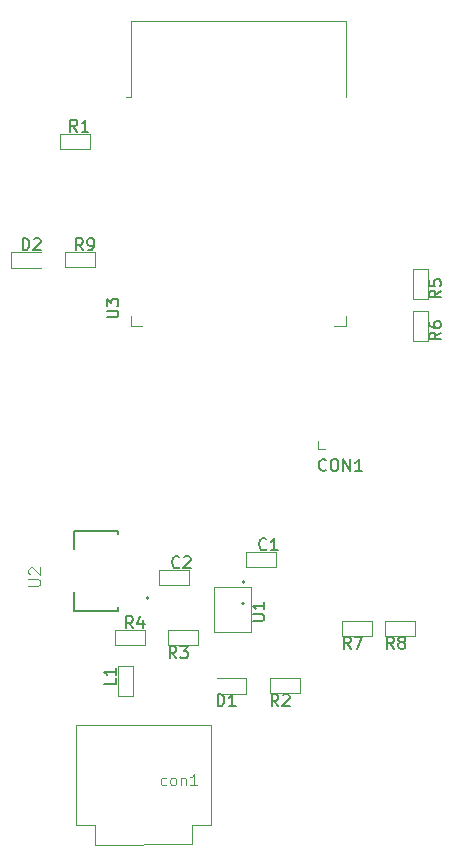
<source format=gbr>
%TF.GenerationSoftware,KiCad,Pcbnew,(5.99.0-10506-gb986797469)*%
%TF.CreationDate,2021-06-08T09:07:57+02:00*%
%TF.ProjectId,quadkey,71756164-6b65-4792-9e6b-696361645f70,rev?*%
%TF.SameCoordinates,Original*%
%TF.FileFunction,Legend,Top*%
%TF.FilePolarity,Positive*%
%FSLAX46Y46*%
G04 Gerber Fmt 4.6, Leading zero omitted, Abs format (unit mm)*
G04 Created by KiCad (PCBNEW (5.99.0-10506-gb986797469)) date 2021-06-08 09:07:57*
%MOMM*%
%LPD*%
G01*
G04 APERTURE LIST*
%ADD10C,0.150000*%
%ADD11C,0.015000*%
%ADD12C,0.120000*%
%ADD13C,0.160000*%
%ADD14C,0.127000*%
%ADD15C,0.200000*%
G04 APERTURE END LIST*
D10*
%TO.C,R1*%
X92769333Y-59252380D02*
X92436000Y-58776190D01*
X92197904Y-59252380D02*
X92197904Y-58252380D01*
X92578857Y-58252380D01*
X92674095Y-58300000D01*
X92721714Y-58347619D01*
X92769333Y-58442857D01*
X92769333Y-58585714D01*
X92721714Y-58680952D01*
X92674095Y-58728571D01*
X92578857Y-58776190D01*
X92197904Y-58776190D01*
X93721714Y-59252380D02*
X93150285Y-59252380D01*
X93436000Y-59252380D02*
X93436000Y-58252380D01*
X93340761Y-58395238D01*
X93245523Y-58490476D01*
X93150285Y-58538095D01*
%TO.C,R6*%
X123576380Y-76262666D02*
X123100190Y-76596000D01*
X123576380Y-76834095D02*
X122576380Y-76834095D01*
X122576380Y-76453142D01*
X122624000Y-76357904D01*
X122671619Y-76310285D01*
X122766857Y-76262666D01*
X122909714Y-76262666D01*
X123004952Y-76310285D01*
X123052571Y-76357904D01*
X123100190Y-76453142D01*
X123100190Y-76834095D01*
X122576380Y-75405523D02*
X122576380Y-75596000D01*
X122624000Y-75691238D01*
X122671619Y-75738857D01*
X122814476Y-75834095D01*
X123004952Y-75881714D01*
X123385904Y-75881714D01*
X123481142Y-75834095D01*
X123528761Y-75786476D01*
X123576380Y-75691238D01*
X123576380Y-75500761D01*
X123528761Y-75405523D01*
X123481142Y-75357904D01*
X123385904Y-75310285D01*
X123147809Y-75310285D01*
X123052571Y-75357904D01*
X123004952Y-75405523D01*
X122957333Y-75500761D01*
X122957333Y-75691238D01*
X123004952Y-75786476D01*
X123052571Y-75834095D01*
X123147809Y-75881714D01*
%TO.C,C2*%
X101433333Y-96115142D02*
X101385714Y-96162761D01*
X101242857Y-96210380D01*
X101147619Y-96210380D01*
X101004761Y-96162761D01*
X100909523Y-96067523D01*
X100861904Y-95972285D01*
X100814285Y-95781809D01*
X100814285Y-95638952D01*
X100861904Y-95448476D01*
X100909523Y-95353238D01*
X101004761Y-95258000D01*
X101147619Y-95210380D01*
X101242857Y-95210380D01*
X101385714Y-95258000D01*
X101433333Y-95305619D01*
X101814285Y-95305619D02*
X101861904Y-95258000D01*
X101957142Y-95210380D01*
X102195238Y-95210380D01*
X102290476Y-95258000D01*
X102338095Y-95305619D01*
X102385714Y-95400857D01*
X102385714Y-95496095D01*
X102338095Y-95638952D01*
X101766666Y-96210380D01*
X102385714Y-96210380D01*
%TO.C,R2*%
X109815333Y-107894380D02*
X109482000Y-107418190D01*
X109243904Y-107894380D02*
X109243904Y-106894380D01*
X109624857Y-106894380D01*
X109720095Y-106942000D01*
X109767714Y-106989619D01*
X109815333Y-107084857D01*
X109815333Y-107227714D01*
X109767714Y-107322952D01*
X109720095Y-107370571D01*
X109624857Y-107418190D01*
X109243904Y-107418190D01*
X110196285Y-106989619D02*
X110243904Y-106942000D01*
X110339142Y-106894380D01*
X110577238Y-106894380D01*
X110672476Y-106942000D01*
X110720095Y-106989619D01*
X110767714Y-107084857D01*
X110767714Y-107180095D01*
X110720095Y-107322952D01*
X110148666Y-107894380D01*
X110767714Y-107894380D01*
%TO.C,CON1*%
X113847714Y-87893142D02*
X113800095Y-87940761D01*
X113657238Y-87988380D01*
X113562000Y-87988380D01*
X113419142Y-87940761D01*
X113323904Y-87845523D01*
X113276285Y-87750285D01*
X113228666Y-87559809D01*
X113228666Y-87416952D01*
X113276285Y-87226476D01*
X113323904Y-87131238D01*
X113419142Y-87036000D01*
X113562000Y-86988380D01*
X113657238Y-86988380D01*
X113800095Y-87036000D01*
X113847714Y-87083619D01*
X114466761Y-86988380D02*
X114657238Y-86988380D01*
X114752476Y-87036000D01*
X114847714Y-87131238D01*
X114895333Y-87321714D01*
X114895333Y-87655047D01*
X114847714Y-87845523D01*
X114752476Y-87940761D01*
X114657238Y-87988380D01*
X114466761Y-87988380D01*
X114371523Y-87940761D01*
X114276285Y-87845523D01*
X114228666Y-87655047D01*
X114228666Y-87321714D01*
X114276285Y-87131238D01*
X114371523Y-87036000D01*
X114466761Y-86988380D01*
X115323904Y-87988380D02*
X115323904Y-86988380D01*
X115895333Y-87988380D01*
X115895333Y-86988380D01*
X116895333Y-87988380D02*
X116323904Y-87988380D01*
X116609619Y-87988380D02*
X116609619Y-86988380D01*
X116514380Y-87131238D01*
X116419142Y-87226476D01*
X116323904Y-87274095D01*
%TO.C,R3*%
X101179333Y-103830380D02*
X100846000Y-103354190D01*
X100607904Y-103830380D02*
X100607904Y-102830380D01*
X100988857Y-102830380D01*
X101084095Y-102878000D01*
X101131714Y-102925619D01*
X101179333Y-103020857D01*
X101179333Y-103163714D01*
X101131714Y-103258952D01*
X101084095Y-103306571D01*
X100988857Y-103354190D01*
X100607904Y-103354190D01*
X101512666Y-102830380D02*
X102131714Y-102830380D01*
X101798380Y-103211333D01*
X101941238Y-103211333D01*
X102036476Y-103258952D01*
X102084095Y-103306571D01*
X102131714Y-103401809D01*
X102131714Y-103639904D01*
X102084095Y-103735142D01*
X102036476Y-103782761D01*
X101941238Y-103830380D01*
X101655523Y-103830380D01*
X101560285Y-103782761D01*
X101512666Y-103735142D01*
%TO.C,L1*%
X96022380Y-105550666D02*
X96022380Y-106026857D01*
X95022380Y-106026857D01*
X96022380Y-104693523D02*
X96022380Y-105264952D01*
X96022380Y-104979238D02*
X95022380Y-104979238D01*
X95165238Y-105074476D01*
X95260476Y-105169714D01*
X95308095Y-105264952D01*
%TO.C,D2*%
X88161904Y-69286380D02*
X88161904Y-68286380D01*
X88400000Y-68286380D01*
X88542857Y-68334000D01*
X88638095Y-68429238D01*
X88685714Y-68524476D01*
X88733333Y-68714952D01*
X88733333Y-68857809D01*
X88685714Y-69048285D01*
X88638095Y-69143523D01*
X88542857Y-69238761D01*
X88400000Y-69286380D01*
X88161904Y-69286380D01*
X89114285Y-68381619D02*
X89161904Y-68334000D01*
X89257142Y-68286380D01*
X89495238Y-68286380D01*
X89590476Y-68334000D01*
X89638095Y-68381619D01*
X89685714Y-68476857D01*
X89685714Y-68572095D01*
X89638095Y-68714952D01*
X89066666Y-69286380D01*
X89685714Y-69286380D01*
%TO.C,R5*%
X123572380Y-72722666D02*
X123096190Y-73056000D01*
X123572380Y-73294095D02*
X122572380Y-73294095D01*
X122572380Y-72913142D01*
X122620000Y-72817904D01*
X122667619Y-72770285D01*
X122762857Y-72722666D01*
X122905714Y-72722666D01*
X123000952Y-72770285D01*
X123048571Y-72817904D01*
X123096190Y-72913142D01*
X123096190Y-73294095D01*
X122572380Y-71817904D02*
X122572380Y-72294095D01*
X123048571Y-72341714D01*
X123000952Y-72294095D01*
X122953333Y-72198857D01*
X122953333Y-71960761D01*
X123000952Y-71865523D01*
X123048571Y-71817904D01*
X123143809Y-71770285D01*
X123381904Y-71770285D01*
X123477142Y-71817904D01*
X123524761Y-71865523D01*
X123572380Y-71960761D01*
X123572380Y-72198857D01*
X123524761Y-72294095D01*
X123477142Y-72341714D01*
%TO.C,R7*%
X115927333Y-103032380D02*
X115594000Y-102556190D01*
X115355904Y-103032380D02*
X115355904Y-102032380D01*
X115736857Y-102032380D01*
X115832095Y-102080000D01*
X115879714Y-102127619D01*
X115927333Y-102222857D01*
X115927333Y-102365714D01*
X115879714Y-102460952D01*
X115832095Y-102508571D01*
X115736857Y-102556190D01*
X115355904Y-102556190D01*
X116260666Y-102032380D02*
X116927333Y-102032380D01*
X116498761Y-103032380D01*
%TO.C,U1*%
X107635380Y-100677904D02*
X108444904Y-100677904D01*
X108540142Y-100630285D01*
X108587761Y-100582666D01*
X108635380Y-100487428D01*
X108635380Y-100296952D01*
X108587761Y-100201714D01*
X108540142Y-100154095D01*
X108444904Y-100106476D01*
X107635380Y-100106476D01*
X108635380Y-99106476D02*
X108635380Y-99677904D01*
X108635380Y-99392190D02*
X107635380Y-99392190D01*
X107778238Y-99487428D01*
X107873476Y-99582666D01*
X107921095Y-99677904D01*
%TO.C,R9*%
X93254833Y-69286380D02*
X92921500Y-68810190D01*
X92683404Y-69286380D02*
X92683404Y-68286380D01*
X93064357Y-68286380D01*
X93159595Y-68334000D01*
X93207214Y-68381619D01*
X93254833Y-68476857D01*
X93254833Y-68619714D01*
X93207214Y-68714952D01*
X93159595Y-68762571D01*
X93064357Y-68810190D01*
X92683404Y-68810190D01*
X93731023Y-69286380D02*
X93921500Y-69286380D01*
X94016738Y-69238761D01*
X94064357Y-69191142D01*
X94159595Y-69048285D01*
X94207214Y-68857809D01*
X94207214Y-68476857D01*
X94159595Y-68381619D01*
X94111976Y-68334000D01*
X94016738Y-68286380D01*
X93826261Y-68286380D01*
X93731023Y-68334000D01*
X93683404Y-68381619D01*
X93635785Y-68476857D01*
X93635785Y-68714952D01*
X93683404Y-68810190D01*
X93731023Y-68857809D01*
X93826261Y-68905428D01*
X94016738Y-68905428D01*
X94111976Y-68857809D01*
X94159595Y-68810190D01*
X94207214Y-68714952D01*
%TO.C,R8*%
X119587333Y-103032380D02*
X119254000Y-102556190D01*
X119015904Y-103032380D02*
X119015904Y-102032380D01*
X119396857Y-102032380D01*
X119492095Y-102080000D01*
X119539714Y-102127619D01*
X119587333Y-102222857D01*
X119587333Y-102365714D01*
X119539714Y-102460952D01*
X119492095Y-102508571D01*
X119396857Y-102556190D01*
X119015904Y-102556190D01*
X120158761Y-102460952D02*
X120063523Y-102413333D01*
X120015904Y-102365714D01*
X119968285Y-102270476D01*
X119968285Y-102222857D01*
X120015904Y-102127619D01*
X120063523Y-102080000D01*
X120158761Y-102032380D01*
X120349238Y-102032380D01*
X120444476Y-102080000D01*
X120492095Y-102127619D01*
X120539714Y-102222857D01*
X120539714Y-102270476D01*
X120492095Y-102365714D01*
X120444476Y-102413333D01*
X120349238Y-102460952D01*
X120158761Y-102460952D01*
X120063523Y-102508571D01*
X120015904Y-102556190D01*
X119968285Y-102651428D01*
X119968285Y-102841904D01*
X120015904Y-102937142D01*
X120063523Y-102984761D01*
X120158761Y-103032380D01*
X120349238Y-103032380D01*
X120444476Y-102984761D01*
X120492095Y-102937142D01*
X120539714Y-102841904D01*
X120539714Y-102651428D01*
X120492095Y-102556190D01*
X120444476Y-102508571D01*
X120349238Y-102460952D01*
%TO.C,D1*%
X104671904Y-107894380D02*
X104671904Y-106894380D01*
X104910000Y-106894380D01*
X105052857Y-106942000D01*
X105148095Y-107037238D01*
X105195714Y-107132476D01*
X105243333Y-107322952D01*
X105243333Y-107465809D01*
X105195714Y-107656285D01*
X105148095Y-107751523D01*
X105052857Y-107846761D01*
X104910000Y-107894380D01*
X104671904Y-107894380D01*
X106195714Y-107894380D02*
X105624285Y-107894380D01*
X105910000Y-107894380D02*
X105910000Y-106894380D01*
X105814761Y-107037238D01*
X105719523Y-107132476D01*
X105624285Y-107180095D01*
%TO.C,R4*%
X97491333Y-101290380D02*
X97158000Y-100814190D01*
X96919904Y-101290380D02*
X96919904Y-100290380D01*
X97300857Y-100290380D01*
X97396095Y-100338000D01*
X97443714Y-100385619D01*
X97491333Y-100480857D01*
X97491333Y-100623714D01*
X97443714Y-100718952D01*
X97396095Y-100766571D01*
X97300857Y-100814190D01*
X96919904Y-100814190D01*
X98348476Y-100623714D02*
X98348476Y-101290380D01*
X98110380Y-100242761D02*
X97872285Y-100957047D01*
X98491333Y-100957047D01*
D11*
%TO.C,con1*%
X100300134Y-114532452D02*
X100210146Y-114577446D01*
X100030168Y-114577446D01*
X99940179Y-114532452D01*
X99895185Y-114487457D01*
X99850191Y-114397469D01*
X99850191Y-114127502D01*
X99895185Y-114037514D01*
X99940179Y-113992519D01*
X100030168Y-113947525D01*
X100210146Y-113947525D01*
X100300134Y-113992519D01*
X100840067Y-114577446D02*
X100750078Y-114532452D01*
X100705084Y-114487457D01*
X100660089Y-114397469D01*
X100660089Y-114127502D01*
X100705084Y-114037514D01*
X100750078Y-113992519D01*
X100840067Y-113947525D01*
X100975050Y-113947525D01*
X101065039Y-113992519D01*
X101110033Y-114037514D01*
X101155028Y-114127502D01*
X101155028Y-114397469D01*
X101110033Y-114487457D01*
X101065039Y-114532452D01*
X100975050Y-114577446D01*
X100840067Y-114577446D01*
X101559977Y-113947525D02*
X101559977Y-114577446D01*
X101559977Y-114037514D02*
X101604971Y-113992519D01*
X101694960Y-113947525D01*
X101829943Y-113947525D01*
X101919932Y-113992519D01*
X101964926Y-114082508D01*
X101964926Y-114577446D01*
X102909808Y-114577446D02*
X102369876Y-114577446D01*
X102639842Y-114577446D02*
X102639842Y-113632564D01*
X102549853Y-113767547D01*
X102459865Y-113857536D01*
X102369876Y-113902530D01*
D10*
%TO.C,C1*%
X108799333Y-94591142D02*
X108751714Y-94638761D01*
X108608857Y-94686380D01*
X108513619Y-94686380D01*
X108370761Y-94638761D01*
X108275523Y-94543523D01*
X108227904Y-94448285D01*
X108180285Y-94257809D01*
X108180285Y-94114952D01*
X108227904Y-93924476D01*
X108275523Y-93829238D01*
X108370761Y-93734000D01*
X108513619Y-93686380D01*
X108608857Y-93686380D01*
X108751714Y-93734000D01*
X108799333Y-93781619D01*
X109751714Y-94686380D02*
X109180285Y-94686380D01*
X109466000Y-94686380D02*
X109466000Y-93686380D01*
X109370761Y-93829238D01*
X109275523Y-93924476D01*
X109180285Y-93972095D01*
%TO.C,U3*%
X95268380Y-74977904D02*
X96077904Y-74977904D01*
X96173142Y-74930285D01*
X96220761Y-74882666D01*
X96268380Y-74787428D01*
X96268380Y-74596952D01*
X96220761Y-74501714D01*
X96173142Y-74454095D01*
X96077904Y-74406476D01*
X95268380Y-74406476D01*
X95268380Y-74025523D02*
X95268380Y-73406476D01*
X95649333Y-73739809D01*
X95649333Y-73596952D01*
X95696952Y-73501714D01*
X95744571Y-73454095D01*
X95839809Y-73406476D01*
X96077904Y-73406476D01*
X96173142Y-73454095D01*
X96220761Y-73501714D01*
X96268380Y-73596952D01*
X96268380Y-73882666D01*
X96220761Y-73977904D01*
X96173142Y-74025523D01*
D11*
%TO.C,U2*%
X88648295Y-97719179D02*
X89459253Y-97719179D01*
X89554660Y-97671476D01*
X89602364Y-97623773D01*
X89650067Y-97528366D01*
X89650067Y-97337552D01*
X89602364Y-97242145D01*
X89554660Y-97194442D01*
X89459253Y-97146738D01*
X88648295Y-97146738D01*
X88743702Y-96717407D02*
X88695999Y-96669704D01*
X88648295Y-96574297D01*
X88648295Y-96335780D01*
X88695999Y-96240373D01*
X88743702Y-96192670D01*
X88839109Y-96144966D01*
X88934516Y-96144966D01*
X89077626Y-96192670D01*
X89650067Y-96765111D01*
X89650067Y-96144966D01*
D12*
%TO.C,R1*%
X91285000Y-60705000D02*
X91285000Y-60070000D01*
X91285000Y-59435000D02*
X93825000Y-59435000D01*
X91285000Y-60070000D02*
X91285000Y-59435000D01*
X93825000Y-59435000D02*
X93825000Y-60705000D01*
X93825000Y-60705000D02*
X91285000Y-60705000D01*
%TO.C,R6*%
X121219000Y-76985000D02*
X121219000Y-74445000D01*
X122489000Y-74445000D02*
X122489000Y-76985000D01*
X121219000Y-74445000D02*
X121854000Y-74445000D01*
X121854000Y-74445000D02*
X122489000Y-74445000D01*
X122489000Y-76985000D02*
X121219000Y-76985000D01*
%TO.C,C2*%
X99695000Y-97663000D02*
X99695000Y-97028000D01*
X102235000Y-96393000D02*
X102235000Y-97663000D01*
X99695000Y-96393000D02*
X102235000Y-96393000D01*
X102235000Y-97663000D02*
X99695000Y-97663000D01*
X99695000Y-97028000D02*
X99695000Y-96393000D01*
%TO.C,R2*%
X111633000Y-105537000D02*
X111633000Y-106172000D01*
X109093000Y-105537000D02*
X111633000Y-105537000D01*
X111633000Y-106807000D02*
X109093000Y-106807000D01*
X111633000Y-106172000D02*
X111633000Y-106807000D01*
X109093000Y-106807000D02*
X109093000Y-105537000D01*
%TO.C,CON1*%
X113157000Y-86106000D02*
X113157000Y-85471000D01*
X113792000Y-86106000D02*
X113157000Y-86106000D01*
%TO.C,R3*%
X100457000Y-102743000D02*
X100457000Y-101473000D01*
X100457000Y-101473000D02*
X102997000Y-101473000D01*
X102997000Y-101473000D02*
X102997000Y-102108000D01*
X102997000Y-102743000D02*
X100457000Y-102743000D01*
X102997000Y-102108000D02*
X102997000Y-102743000D01*
%TO.C,L1*%
X96205000Y-104495000D02*
X97475000Y-104495000D01*
X97475000Y-107035000D02*
X96840000Y-107035000D01*
X97475000Y-104495000D02*
X97475000Y-107035000D01*
X96205000Y-107035000D02*
X96205000Y-104495000D01*
X96840000Y-107035000D02*
X96205000Y-107035000D01*
%TO.C,D2*%
X87215000Y-69419000D02*
X87215000Y-70789000D01*
X87215000Y-70789000D02*
X89700000Y-70789000D01*
X89700000Y-69419000D02*
X87215000Y-69419000D01*
%TO.C,R5*%
X121215000Y-70905000D02*
X121850000Y-70905000D01*
X121850000Y-70905000D02*
X122485000Y-70905000D01*
X122485000Y-73445000D02*
X121215000Y-73445000D01*
X122485000Y-70905000D02*
X122485000Y-73445000D01*
X121215000Y-73445000D02*
X121215000Y-70905000D01*
%TO.C,R7*%
X115205000Y-100675000D02*
X117745000Y-100675000D01*
X117745000Y-101945000D02*
X115205000Y-101945000D01*
X115205000Y-101945000D02*
X115205000Y-100675000D01*
X117745000Y-101310000D02*
X117745000Y-101945000D01*
X117745000Y-100675000D02*
X117745000Y-101310000D01*
%TO.C,U1*%
X104355000Y-101585000D02*
X104355000Y-97775000D01*
X107530000Y-101585000D02*
X104355000Y-101585000D01*
X107530000Y-97775000D02*
X107530000Y-101585000D01*
X104355000Y-97775000D02*
X107530000Y-97775000D01*
X107530000Y-97775000D02*
X107530000Y-98410000D01*
D13*
X106915000Y-97380000D02*
G75*
G03*
X106915000Y-97380000I-80000J0D01*
G01*
X106915000Y-99190000D02*
G75*
G03*
X106915000Y-99190000I-80000J0D01*
G01*
D12*
%TO.C,R9*%
X94310500Y-69469000D02*
X94310500Y-70739000D01*
X91770500Y-69469000D02*
X94310500Y-69469000D01*
X91770500Y-70104000D02*
X91770500Y-69469000D01*
X91770500Y-70739000D02*
X91770500Y-70104000D01*
X94310500Y-70739000D02*
X91770500Y-70739000D01*
%TO.C,R8*%
X121405000Y-101310000D02*
X121405000Y-101945000D01*
X121405000Y-101945000D02*
X118865000Y-101945000D01*
X121405000Y-100675000D02*
X121405000Y-101310000D01*
X118865000Y-100675000D02*
X121405000Y-100675000D01*
X118865000Y-101945000D02*
X118865000Y-100675000D01*
%TO.C,D1*%
X107095000Y-106857000D02*
X107095000Y-105487000D01*
X104610000Y-106857000D02*
X107095000Y-106857000D01*
X107095000Y-105487000D02*
X104610000Y-105487000D01*
%TO.C,R4*%
X96007000Y-102743000D02*
X96007000Y-102108000D01*
X96007000Y-101473000D02*
X98547000Y-101473000D01*
X98547000Y-101473000D02*
X98547000Y-102743000D01*
X96007000Y-102108000D02*
X96007000Y-101473000D01*
X98547000Y-102743000D02*
X96007000Y-102743000D01*
%TO.C,con1*%
X104072700Y-109471800D02*
X104072700Y-117961800D01*
X104072700Y-117961800D02*
X102482700Y-117971800D01*
X94282700Y-117981800D02*
X92682700Y-117971800D01*
X92682700Y-117971800D02*
X92682700Y-109471800D01*
X92682700Y-109471800D02*
X104072700Y-109471800D01*
X94282700Y-119621800D02*
X94282700Y-117981800D01*
X102482700Y-117971800D02*
X102482700Y-119591800D01*
X102482700Y-119591800D02*
X94282700Y-119621800D01*
%TO.C,C1*%
X107061000Y-94869000D02*
X109601000Y-94869000D01*
X109601000Y-96139000D02*
X107061000Y-96139000D01*
X109601000Y-94869000D02*
X109601000Y-96139000D01*
X107061000Y-96139000D02*
X107061000Y-95504000D01*
X107061000Y-95504000D02*
X107061000Y-94869000D01*
%TO.C,U3*%
X115546000Y-49921000D02*
X115546000Y-56341000D01*
X97306000Y-49921000D02*
X115546000Y-49921000D01*
X97306000Y-74886000D02*
X97306000Y-75666000D01*
X115546000Y-74886000D02*
X115546000Y-75666000D01*
X97306000Y-75666000D02*
X98306000Y-75666000D01*
X115546000Y-75666000D02*
X114546000Y-75666000D01*
X97306000Y-49921000D02*
X97306000Y-56341000D01*
X97306000Y-56341000D02*
X96926000Y-56341000D01*
D14*
%TO.C,U2*%
X92481000Y-93080000D02*
X92481000Y-94570000D01*
X92481000Y-98200000D02*
X92481000Y-99800000D01*
X96201000Y-93330000D02*
X96201000Y-93080000D01*
X96201000Y-99800000D02*
X96201000Y-99540000D01*
X96201000Y-99800000D02*
X92481000Y-99800000D01*
X96201000Y-93080000D02*
X92481000Y-93080000D01*
D15*
X98814000Y-98730000D02*
G75*
G03*
X98814000Y-98730000I-100000J0D01*
G01*
%TD*%
M02*

</source>
